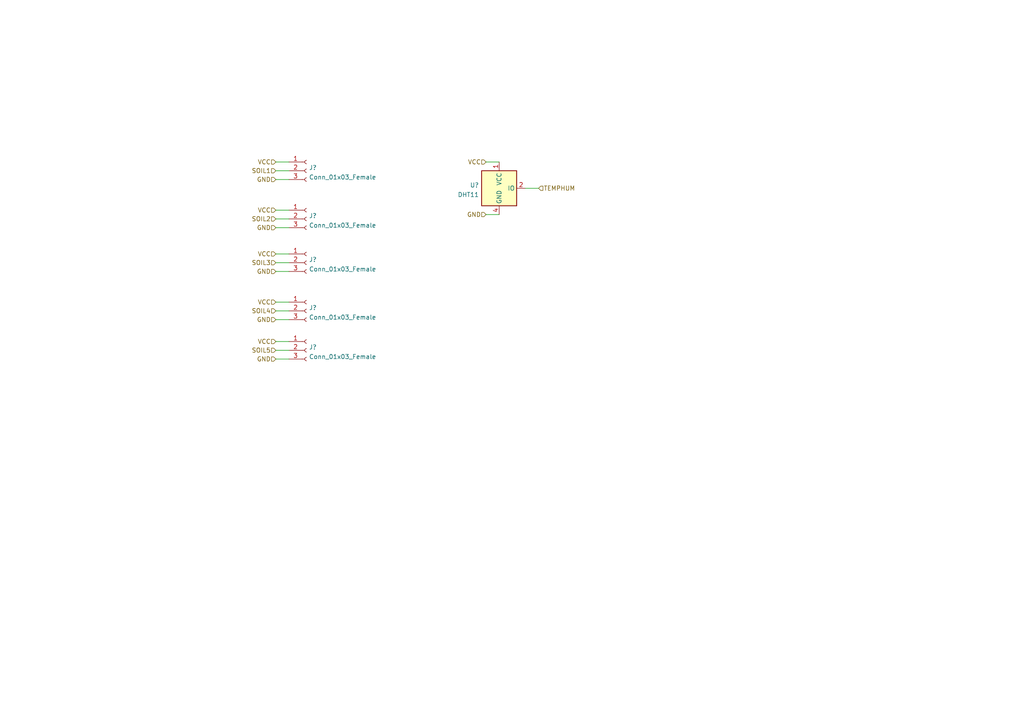
<source format=kicad_sch>
(kicad_sch (version 20211123) (generator eeschema)
  (paper "A4")
  (lib_symbols
    (symbol "Connector:Conn_01x03_Female" (pin_names (offset 1.016) hide)
      (property "Reference" "J" (at 0 5.08 0))
      (property "Value" "Conn_01x03_Female" (at 0 -5.08 0))
      (symbol "Conn_01x03_Female_1_1"
        (arc (start 0 -2.032) (mid -0.508 -2.54) (end 0 -3.048) (stroke (width 0.1524)))
        (polyline (pts (xy -1.27 -2.54) (xy -0.508 -2.54)) (stroke (width 0.1524)))
        (polyline (pts (xy -1.27 0) (xy -0.508 0)) (stroke (width 0.1524)))
        (polyline (pts (xy -1.27 2.54) (xy -0.508 2.54)) (stroke (width 0.1524)))
        (arc (start 0 0.508) (mid -0.508 0) (end 0 -0.508) (stroke (width 0.1524)))
        (arc (start 0 3.048) (mid -0.508 2.54) (end 0 2.032) (stroke (width 0.1524)))
        (pin passive line (at -5.08 2.54 0) (length 3.81) (name "Pin_1") (number "1"))
        (pin passive line (at -5.08 0 0) (length 3.81) (name "Pin_2") (number "2"))
        (pin passive line (at -5.08 -2.54 0) (length 3.81) (name "Pin_3") (number "3"))
      )
    )
    (symbol "Sensor:DHT11"
      (property "Reference" "U" (at -3.81 6.35 0))
      (property "Value" "DHT11" (at 3.81 6.35 0))
      (symbol "DHT11_0_1"
        (rectangle (start -5.08 5.08) (end 5.08 -5.08) (stroke (width 0.254)) (fill (type background)))
      )
      (symbol "DHT11_1_1"
        (pin power_in line (at 0 7.62 270) (length 2.54) (name "VCC") (number "1"))
        (pin bidirectional line (at 7.62 0 180) (length 2.54) (name "IO") (number "2"))
        (pin no_connect line (at -5.08 0 0) (length 2.54) hide (name "NC") (number "3"))
        (pin power_in line (at 0 -7.62 90) (length 2.54) (name "GND") (number "4"))
      )
    )
  )
  (wire (pts (xy 156.21 54.61) (xy 152.4 54.61)))
  (wire (pts (xy 83.82 60.96) (xy 80.01 60.96)))
  (wire (pts (xy 83.82 46.99) (xy 80.01 46.99)))
  (wire (pts (xy 83.82 66.04) (xy 80.01 66.04)))
  (wire (pts (xy 83.82 99.06) (xy 80.01 99.06)))
  (wire (pts (xy 80.01 63.5) (xy 83.82 63.5)))
  (wire (pts (xy 83.82 104.14) (xy 80.01 104.14)))
  (wire (pts (xy 144.78 62.23) (xy 140.97 62.23)))
  (wire (pts (xy 83.82 78.74) (xy 80.01 78.74)))
  (wire (pts (xy 80.01 49.53) (xy 83.82 49.53)))
  (wire (pts (xy 83.82 52.07) (xy 80.01 52.07)))
  (wire (pts (xy 83.82 73.66) (xy 80.01 73.66)))
  (wire (pts (xy 83.82 87.63) (xy 80.01 87.63)))
  (wire (pts (xy 83.82 92.71) (xy 80.01 92.71)))
  (wire (pts (xy 80.01 101.6) (xy 83.82 101.6)))
  (wire (pts (xy 80.01 76.2) (xy 83.82 76.2)))
  (wire (pts (xy 80.01 90.17) (xy 83.82 90.17)))
  (wire (pts (xy 144.78 46.99) (xy 140.97 46.99)))
  (hierarchical_label "SOIL5" (shape input) (at 80.01 101.6 180))
  (hierarchical_label "GND" (shape input) (at 80.01 78.74 180))
  (hierarchical_label "SOIL1" (shape input) (at 80.01 49.53 180))
  (hierarchical_label "SOIL2" (shape input) (at 80.01 63.5 180))
  (hierarchical_label "GND" (shape input) (at 80.01 92.71 180))
  (hierarchical_label "VCC" (shape input) (at 80.01 99.06 180))
  (hierarchical_label "GND" (shape input) (at 80.01 52.07 180))
  (hierarchical_label "VCC" (shape input) (at 80.01 73.66 180))
  (hierarchical_label "GND" (shape input) (at 80.01 104.14 180))
  (hierarchical_label "SOIL3" (shape input) (at 80.01 76.2 180))
  (hierarchical_label "GND" (shape input) (at 80.01 66.04 180))
  (hierarchical_label "VCC" (shape input) (at 140.97 46.99 180))
  (hierarchical_label "TEMPHUM" (shape input) (at 156.21 54.61 0))
  (hierarchical_label "GND" (shape input) (at 140.97 62.23 180))
  (hierarchical_label "SOIL4" (shape input) (at 80.01 90.17 180))
  (hierarchical_label "VCC" (shape input) (at 80.01 87.63 180))
  (hierarchical_label "VCC" (shape input) (at 80.01 46.99 180))
  (hierarchical_label "VCC" (shape input) (at 80.01 60.96 180))
  (symbol (lib_id "Connector:Conn_01x03_Female") (at 88.9 90.17 0) (unit 1)
    (property "Reference" "J?" (at 89.6112 89.2615 0) (effects (justify left)))
    (property "Value" "Conn_01x03_Female" (at 89.6112 92.0366 0) (effects (justify left)))
  )
  (symbol (lib_id "Connector:Conn_01x03_Female") (at 88.9 101.6 0) (unit 1)
    (property "Reference" "J?" (at 89.6112 100.6915 0) (effects (justify left)))
    (property "Value" "Conn_01x03_Female" (at 89.6112 103.4666 0) (effects (justify left)))
  )
  (symbol (lib_id "Sensor:DHT11") (at 144.78 54.61 0) (unit 1)
    (property "Reference" "U?" (at 138.9381 53.7015 0) (effects (justify right)))
    (property "Value" "DHT11" (at 138.9381 56.4766 0) (effects (justify right)))
    (property "Footprint" "Sensor:Aosong_DHT11_5.5x12.0_P2.54mm" (effects hide))
    (property "Datasheet" "http://akizukidenshi.com/download/ds/aosong/DHT11.pdf" (effects hide))
  )
  (symbol (lib_id "Connector:Conn_01x03_Female") (at 88.9 63.5 0) (unit 1)
    (property "Reference" "J?" (at 89.6112 62.5915 0) (effects (justify left)))
    (property "Value" "Conn_01x03_Female" (at 89.6112 65.3666 0) (effects (justify left)))
  )
  (symbol (lib_id "Connector:Conn_01x03_Female") (at 88.9 76.2 0) (unit 1)
    (property "Reference" "J?" (at 89.6112 75.2915 0) (effects (justify left)))
    (property "Value" "Conn_01x03_Female" (at 89.6112 78.0666 0) (effects (justify left)))
  )
  (symbol (lib_id "Connector:Conn_01x03_Female") (at 88.9 49.53 0) (unit 1)
    (property "Reference" "J?" (at 89.6112 48.6215 0) (effects (justify left)))
    (property "Value" "Conn_01x03_Female" (at 89.6112 51.3966 0) (effects (justify left)))
  )
)
</source>
